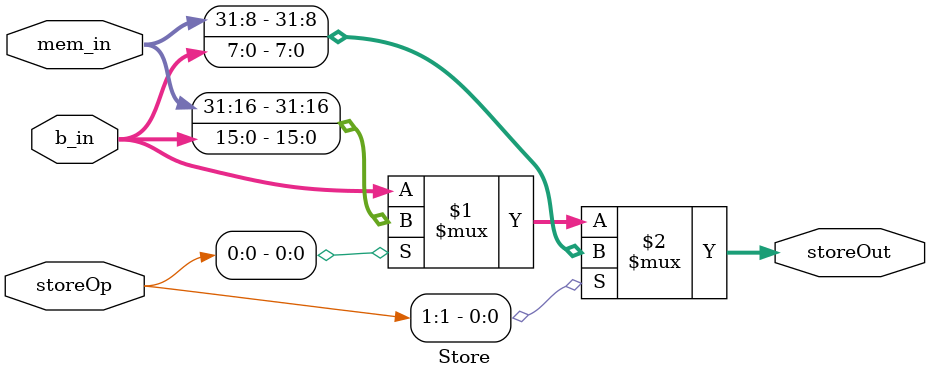
<source format=v>
module Store (
    input wire[1:0] storeOp,
    input wire[31:0] b_in,
    input wire[31:0] mem_in,
    output wire[31:0] storeOut
);

    assign storeOut = storeOp[1] ? {mem_in[31:8], b_in[7:0]} : storeOp[0] ? {mem_in[31:16], b_in[15:0]} : b_in;
    
endmodule


// 00 -> LW
// 01 -> LH
// 1x -> LB
</source>
